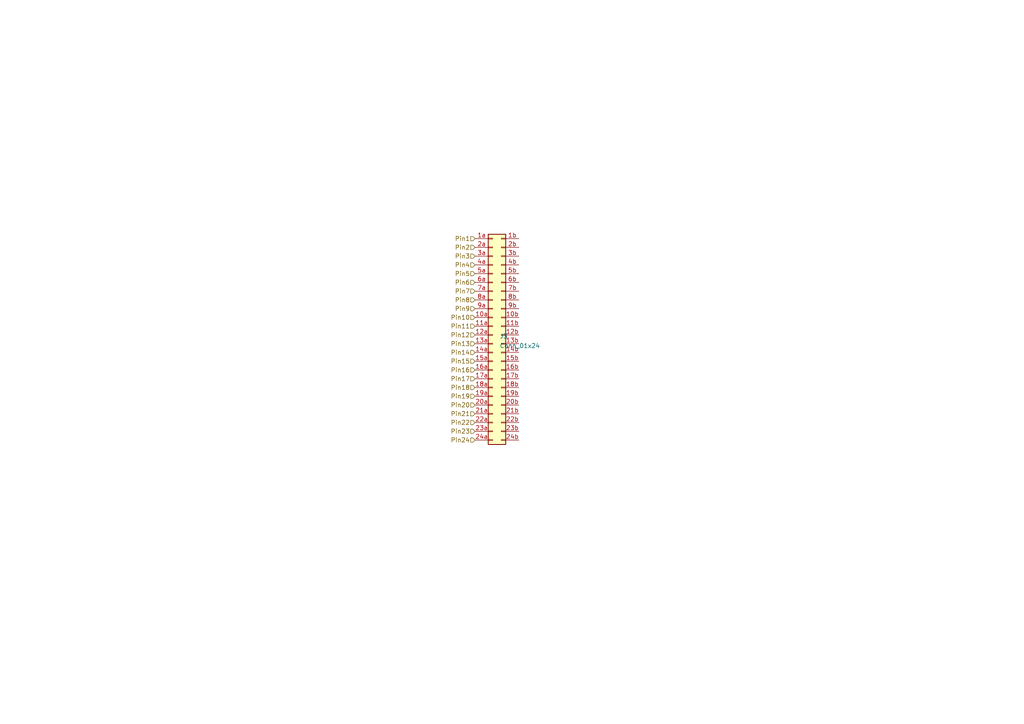
<source format=kicad_sch>
(kicad_sch (version 20211123) (generator eeschema)
  (paper "A4")
  (lib_symbols
    (symbol "Connector_Generic:Conn_02x24_Row_Letter_Last" (pin_names (offset 1.016) hide)
      (property "Reference" "J" (at 1.27 30.48 0))
      (property "Value" "Conn_02x24_Row_Letter_Last" (at 1.27 -33.02 0))
      (symbol "Conn_02x24_Row_Letter_Last_1_1"
        (rectangle (start -1.27 -30.353) (end 0 -30.607) (stroke (width 0.1524)))
        (rectangle (start -1.27 -27.813) (end 0 -28.067) (stroke (width 0.1524)))
        (rectangle (start -1.27 -25.273) (end 0 -25.527) (stroke (width 0.1524)))
        (rectangle (start -1.27 -22.733) (end 0 -22.987) (stroke (width 0.1524)))
        (rectangle (start -1.27 -20.193) (end 0 -20.447) (stroke (width 0.1524)))
        (rectangle (start -1.27 -17.653) (end 0 -17.907) (stroke (width 0.1524)))
        (rectangle (start -1.27 -15.113) (end 0 -15.367) (stroke (width 0.1524)))
        (rectangle (start -1.27 -12.573) (end 0 -12.827) (stroke (width 0.1524)))
        (rectangle (start -1.27 -10.033) (end 0 -10.287) (stroke (width 0.1524)))
        (rectangle (start -1.27 -7.493) (end 0 -7.747) (stroke (width 0.1524)))
        (rectangle (start -1.27 -4.953) (end 0 -5.207) (stroke (width 0.1524)))
        (rectangle (start -1.27 -2.413) (end 0 -2.667) (stroke (width 0.1524)))
        (rectangle (start -1.27 0.127) (end 0 -0.127) (stroke (width 0.1524)))
        (rectangle (start -1.27 2.667) (end 0 2.413) (stroke (width 0.1524)))
        (rectangle (start -1.27 5.207) (end 0 4.953) (stroke (width 0.1524)))
        (rectangle (start -1.27 7.747) (end 0 7.493) (stroke (width 0.1524)))
        (rectangle (start -1.27 10.287) (end 0 10.033) (stroke (width 0.1524)))
        (rectangle (start -1.27 12.827) (end 0 12.573) (stroke (width 0.1524)))
        (rectangle (start -1.27 15.367) (end 0 15.113) (stroke (width 0.1524)))
        (rectangle (start -1.27 17.907) (end 0 17.653) (stroke (width 0.1524)))
        (rectangle (start -1.27 20.447) (end 0 20.193) (stroke (width 0.1524)))
        (rectangle (start -1.27 22.987) (end 0 22.733) (stroke (width 0.1524)))
        (rectangle (start -1.27 25.527) (end 0 25.273) (stroke (width 0.1524)))
        (rectangle (start -1.27 28.067) (end 0 27.813) (stroke (width 0.1524)))
        (rectangle (start -1.27 29.21) (end 3.81 -31.75) (stroke (width 0.254)) (fill (type background)))
        (rectangle (start 3.81 -30.353) (end 2.54 -30.607) (stroke (width 0.1524)))
        (rectangle (start 3.81 -27.813) (end 2.54 -28.067) (stroke (width 0.1524)))
        (rectangle (start 3.81 -25.273) (end 2.54 -25.527) (stroke (width 0.1524)))
        (rectangle (start 3.81 -22.733) (end 2.54 -22.987) (stroke (width 0.1524)))
        (rectangle (start 3.81 -20.193) (end 2.54 -20.447) (stroke (width 0.1524)))
        (rectangle (start 3.81 -17.653) (end 2.54 -17.907) (stroke (width 0.1524)))
        (rectangle (start 3.81 -15.113) (end 2.54 -15.367) (stroke (width 0.1524)))
        (rectangle (start 3.81 -12.573) (end 2.54 -12.827) (stroke (width 0.1524)))
        (rectangle (start 3.81 -10.033) (end 2.54 -10.287) (stroke (width 0.1524)))
        (rectangle (start 3.81 -7.493) (end 2.54 -7.747) (stroke (width 0.1524)))
        (rectangle (start 3.81 -4.953) (end 2.54 -5.207) (stroke (width 0.1524)))
        (rectangle (start 3.81 -2.413) (end 2.54 -2.667) (stroke (width 0.1524)))
        (rectangle (start 3.81 0.127) (end 2.54 -0.127) (stroke (width 0.1524)))
        (rectangle (start 3.81 2.667) (end 2.54 2.413) (stroke (width 0.1524)))
        (rectangle (start 3.81 5.207) (end 2.54 4.953) (stroke (width 0.1524)))
        (rectangle (start 3.81 7.747) (end 2.54 7.493) (stroke (width 0.1524)))
        (rectangle (start 3.81 10.287) (end 2.54 10.033) (stroke (width 0.1524)))
        (rectangle (start 3.81 12.827) (end 2.54 12.573) (stroke (width 0.1524)))
        (rectangle (start 3.81 15.367) (end 2.54 15.113) (stroke (width 0.1524)))
        (rectangle (start 3.81 17.907) (end 2.54 17.653) (stroke (width 0.1524)))
        (rectangle (start 3.81 20.447) (end 2.54 20.193) (stroke (width 0.1524)))
        (rectangle (start 3.81 22.987) (end 2.54 22.733) (stroke (width 0.1524)))
        (rectangle (start 3.81 25.527) (end 2.54 25.273) (stroke (width 0.1524)))
        (rectangle (start 3.81 28.067) (end 2.54 27.813) (stroke (width 0.1524)))
        (pin passive line (at -5.08 5.08 0) (length 3.81) (name "Pin_10a") (number "10a"))
        (pin passive line (at 7.62 5.08 180) (length 3.81) (name "Pin_10b") (number "10b"))
        (pin passive line (at -5.08 2.54 0) (length 3.81) (name "Pin_11a") (number "11a"))
        (pin passive line (at 7.62 2.54 180) (length 3.81) (name "Pin_11b") (number "11b"))
        (pin passive line (at -5.08 0 0) (length 3.81) (name "Pin_12a") (number "12a"))
        (pin passive line (at 7.62 0 180) (length 3.81) (name "Pin_12b") (number "12b"))
        (pin passive line (at -5.08 -2.54 0) (length 3.81) (name "Pin_13a") (number "13a"))
        (pin passive line (at 7.62 -2.54 180) (length 3.81) (name "Pin_13b") (number "13b"))
        (pin passive line (at -5.08 -5.08 0) (length 3.81) (name "Pin_14a") (number "14a"))
        (pin passive line (at 7.62 -5.08 180) (length 3.81) (name "Pin_14b") (number "14b"))
        (pin passive line (at -5.08 -7.62 0) (length 3.81) (name "Pin_15a") (number "15a"))
        (pin passive line (at 7.62 -7.62 180) (length 3.81) (name "Pin_15b") (number "15b"))
        (pin passive line (at -5.08 -10.16 0) (length 3.81) (name "Pin_16a") (number "16a"))
        (pin passive line (at 7.62 -10.16 180) (length 3.81) (name "Pin_16b") (number "16b"))
        (pin passive line (at -5.08 -12.7 0) (length 3.81) (name "Pin_17a") (number "17a"))
        (pin passive line (at 7.62 -12.7 180) (length 3.81) (name "Pin_17b") (number "17b"))
        (pin passive line (at -5.08 -15.24 0) (length 3.81) (name "Pin_18a") (number "18a"))
        (pin passive line (at 7.62 -15.24 180) (length 3.81) (name "Pin_18b") (number "18b"))
        (pin passive line (at -5.08 -17.78 0) (length 3.81) (name "Pin_19a") (number "19a"))
        (pin passive line (at 7.62 -17.78 180) (length 3.81) (name "Pin_19b") (number "19b"))
        (pin passive line (at -5.08 27.94 0) (length 3.81) (name "Pin_1a") (number "1a"))
        (pin passive line (at 7.62 27.94 180) (length 3.81) (name "Pin_1b") (number "1b"))
        (pin passive line (at -5.08 -20.32 0) (length 3.81) (name "Pin_20a") (number "20a"))
        (pin passive line (at 7.62 -20.32 180) (length 3.81) (name "Pin_20b") (number "20b"))
        (pin passive line (at -5.08 -22.86 0) (length 3.81) (name "Pin_21a") (number "21a"))
        (pin passive line (at 7.62 -22.86 180) (length 3.81) (name "Pin_21b") (number "21b"))
        (pin passive line (at -5.08 -25.4 0) (length 3.81) (name "Pin_22a") (number "22a"))
        (pin passive line (at 7.62 -25.4 180) (length 3.81) (name "Pin_22b") (number "22b"))
        (pin passive line (at -5.08 -27.94 0) (length 3.81) (name "Pin_23a") (number "23a"))
        (pin passive line (at 7.62 -27.94 180) (length 3.81) (name "Pin_23b") (number "23b"))
        (pin passive line (at -5.08 -30.48 0) (length 3.81) (name "Pin_24a") (number "24a"))
        (pin passive line (at 7.62 -30.48 180) (length 3.81) (name "Pin_24b") (number "24b"))
        (pin passive line (at -5.08 25.4 0) (length 3.81) (name "Pin_2a") (number "2a"))
        (pin passive line (at 7.62 25.4 180) (length 3.81) (name "Pin_2b") (number "2b"))
        (pin passive line (at -5.08 22.86 0) (length 3.81) (name "Pin_3a") (number "3a"))
        (pin passive line (at 7.62 22.86 180) (length 3.81) (name "Pin_3b") (number "3b"))
        (pin passive line (at -5.08 20.32 0) (length 3.81) (name "Pin_4a") (number "4a"))
        (pin passive line (at 7.62 20.32 180) (length 3.81) (name "Pin_4b") (number "4b"))
        (pin passive line (at -5.08 17.78 0) (length 3.81) (name "Pin_5a") (number "5a"))
        (pin passive line (at 7.62 17.78 180) (length 3.81) (name "Pin_5b") (number "5b"))
        (pin passive line (at -5.08 15.24 0) (length 3.81) (name "Pin_6a") (number "6a"))
        (pin passive line (at 7.62 15.24 180) (length 3.81) (name "Pin_6b") (number "6b"))
        (pin passive line (at -5.08 12.7 0) (length 3.81) (name "Pin_7a") (number "7a"))
        (pin passive line (at 7.62 12.7 180) (length 3.81) (name "Pin_7b") (number "7b"))
        (pin passive line (at -5.08 10.16 0) (length 3.81) (name "Pin_8a") (number "8a"))
        (pin passive line (at 7.62 10.16 180) (length 3.81) (name "Pin_8b") (number "8b"))
        (pin passive line (at -5.08 7.62 0) (length 3.81) (name "Pin_9a") (number "9a"))
        (pin passive line (at 7.62 7.62 180) (length 3.81) (name "Pin_9b") (number "9b"))
      )
    )
  )
  (hierarchical_label "Pin13" (shape input) (at 137.795 99.695 180))
  (hierarchical_label "Pin7" (shape input) (at 137.795 84.455 180))
  (hierarchical_label "Pin15" (shape input) (at 137.795 104.775 180))
  (hierarchical_label "Pin3" (shape input) (at 137.795 74.295 180))
  (hierarchical_label "Pin5" (shape input) (at 137.795 79.375 180))
  (hierarchical_label "Pin12" (shape input) (at 137.795 97.155 180))
  (hierarchical_label "Pin23" (shape input) (at 137.795 125.095 180))
  (hierarchical_label "Pin24" (shape input) (at 137.795 127.635 180))
  (hierarchical_label "Pin2" (shape input) (at 137.795 71.755 180))
  (hierarchical_label "Pin1" (shape input) (at 137.795 69.215 180))
  (hierarchical_label "Pin18" (shape input) (at 137.795 112.395 180))
  (hierarchical_label "Pin16" (shape input) (at 137.795 107.315 180))
  (hierarchical_label "Pin4" (shape input) (at 137.795 76.835 180))
  (hierarchical_label "Pin8" (shape input) (at 137.795 86.995 180))
  (hierarchical_label "Pin9" (shape input) (at 137.795 89.535 180))
  (hierarchical_label "Pin6" (shape input) (at 137.795 81.915 180))
  (hierarchical_label "Pin10" (shape input) (at 137.795 92.075 180))
  (hierarchical_label "Pin20" (shape input) (at 137.795 117.475 180))
  (hierarchical_label "Pin22" (shape input) (at 137.795 122.555 180))
  (hierarchical_label "Pin17" (shape input) (at 137.795 109.855 180))
  (hierarchical_label "Pin14" (shape input) (at 137.795 102.235 180))
  (hierarchical_label "Pin19" (shape input) (at 137.795 114.935 180))
  (hierarchical_label "Pin11" (shape input) (at 137.795 94.615 180))
  (hierarchical_label "Pin21" (shape input) (at 137.795 120.015 180))
  (symbol (lib_id "Connector_Generic:Conn_02x24_Row_Letter_Last") (at 142.875 97.155 0) (unit 1)
    (property "Reference" "J3" (at 144.907 97.5165 0) (effects (justify left)))
    (property "Value" "Conn_01x24" (at 144.907 100.2916 0) (effects (justify left)))
    (property "Footprint" "Connector_PinSocket_2.54mm:PinSocket_1x24_P2.54mm_Vertical" (effects hide))
  )
)
</source>
